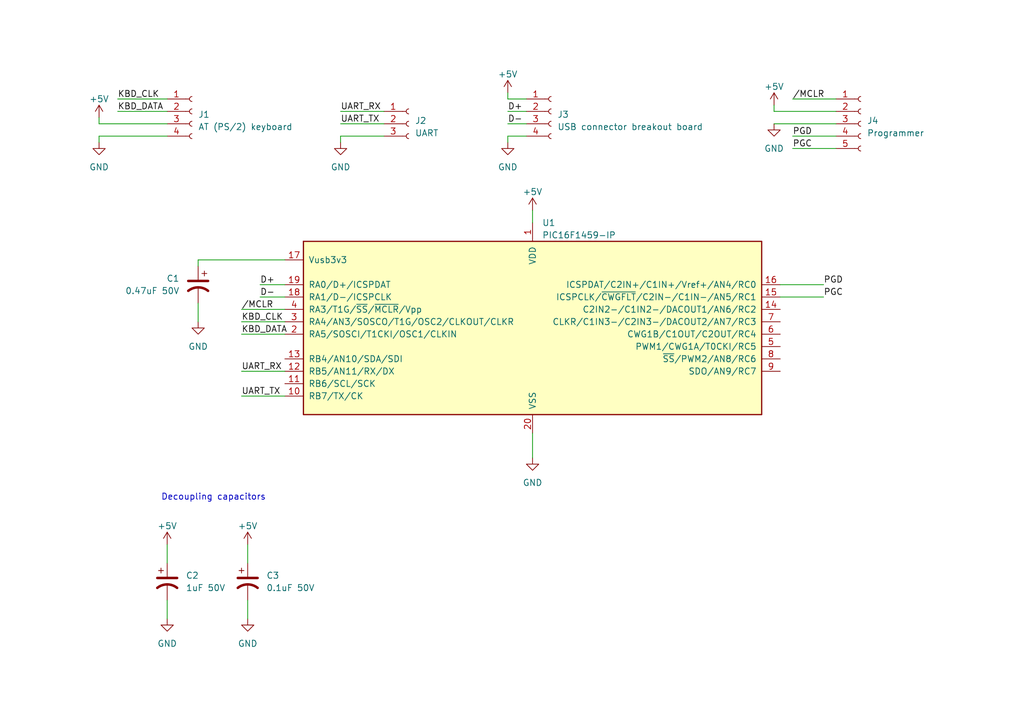
<source format=kicad_sch>
(kicad_sch (version 20230121) (generator eeschema)
  (paper "A5")
  (title_block (title "AT (PS/2) to USB converter") (date "2024-05-07") (rev "A") (company "Bojan Sofronievski"))
  (lib_symbols
    (symbol "Connector:Conn_01x03_Socket" (pin_names (offset 1.016) hide)
      (property "Reference" "J" (at 0 5.08 0))
      (property "Value" "Conn_01x03_Socket" (at 0 -5.08 0))
      (symbol "Conn_01x03_Socket_1_1"
        (arc (start 0 -2.032) (mid -0.5058 -2.54) (end 0 -3.048) (stroke (width 0.1524)))
        (polyline (pts (xy -1.27 -2.54) (xy -0.508 -2.54)) (stroke (width 0.1524)))
        (polyline (pts (xy -1.27 0) (xy -0.508 0)) (stroke (width 0.1524)))
        (polyline (pts (xy -1.27 2.54) (xy -0.508 2.54)) (stroke (width 0.1524)))
        (arc (start 0 0.508) (mid -0.5058 0) (end 0 -0.508) (stroke (width 0.1524)))
        (arc (start 0 3.048) (mid -0.5058 2.54) (end 0 2.032) (stroke (width 0.1524)))
        (pin passive line (at -5.08 2.54 0) (length 3.81) (name "Pin_1") (number "1"))
        (pin passive line (at -5.08 0 0) (length 3.81) (name "Pin_2") (number "2"))
        (pin passive line (at -5.08 -2.54 0) (length 3.81) (name "Pin_3") (number "3"))
      )
    )
    (symbol "Connector:Conn_01x04_Socket" (pin_names (offset 1.016) hide)
      (property "Reference" "J" (at 0 5.08 0))
      (property "Value" "Conn_01x04_Socket" (at 0 -7.62 0))
      (symbol "Conn_01x04_Socket_1_1"
        (arc (start 0 -4.572) (mid -0.5058 -5.08) (end 0 -5.588) (stroke (width 0.1524)))
        (arc (start 0 -2.032) (mid -0.5058 -2.54) (end 0 -3.048) (stroke (width 0.1524)))
        (polyline (pts (xy -1.27 -5.08) (xy -0.508 -5.08)) (stroke (width 0.1524)))
        (polyline (pts (xy -1.27 -2.54) (xy -0.508 -2.54)) (stroke (width 0.1524)))
        (polyline (pts (xy -1.27 0) (xy -0.508 0)) (stroke (width 0.1524)))
        (polyline (pts (xy -1.27 2.54) (xy -0.508 2.54)) (stroke (width 0.1524)))
        (arc (start 0 0.508) (mid -0.5058 0) (end 0 -0.508) (stroke (width 0.1524)))
        (arc (start 0 3.048) (mid -0.5058 2.54) (end 0 2.032) (stroke (width 0.1524)))
        (pin passive line (at -5.08 2.54 0) (length 3.81) (name "Pin_1") (number "1"))
        (pin passive line (at -5.08 0 0) (length 3.81) (name "Pin_2") (number "2"))
        (pin passive line (at -5.08 -2.54 0) (length 3.81) (name "Pin_3") (number "3"))
        (pin passive line (at -5.08 -5.08 0) (length 3.81) (name "Pin_4") (number "4"))
      )
    )
    (symbol "Connector:Conn_01x05_Socket" (pin_names (offset 1.016) hide)
      (property "Reference" "J" (at 0 7.62 0))
      (property "Value" "Conn_01x05_Socket" (at 0 -7.62 0))
      (symbol "Conn_01x05_Socket_1_1"
        (arc (start 0 -4.572) (mid -0.5058 -5.08) (end 0 -5.588) (stroke (width 0.1524)))
        (arc (start 0 -2.032) (mid -0.5058 -2.54) (end 0 -3.048) (stroke (width 0.1524)))
        (polyline (pts (xy -1.27 -5.08) (xy -0.508 -5.08)) (stroke (width 0.1524)))
        (polyline (pts (xy -1.27 -2.54) (xy -0.508 -2.54)) (stroke (width 0.1524)))
        (polyline (pts (xy -1.27 0) (xy -0.508 0)) (stroke (width 0.1524)))
        (polyline (pts (xy -1.27 2.54) (xy -0.508 2.54)) (stroke (width 0.1524)))
        (polyline (pts (xy -1.27 5.08) (xy -0.508 5.08)) (stroke (width 0.1524)))
        (arc (start 0 0.508) (mid -0.5058 0) (end 0 -0.508) (stroke (width 0.1524)))
        (arc (start 0 3.048) (mid -0.5058 2.54) (end 0 2.032) (stroke (width 0.1524)))
        (arc (start 0 5.588) (mid -0.5058 5.08) (end 0 4.572) (stroke (width 0.1524)))
        (pin passive line (at -5.08 5.08 0) (length 3.81) (name "Pin_1") (number "1"))
        (pin passive line (at -5.08 2.54 0) (length 3.81) (name "Pin_2") (number "2"))
        (pin passive line (at -5.08 0 0) (length 3.81) (name "Pin_3") (number "3"))
        (pin passive line (at -5.08 -2.54 0) (length 3.81) (name "Pin_4") (number "4"))
        (pin passive line (at -5.08 -5.08 0) (length 3.81) (name "Pin_5") (number "5"))
      )
    )
    (symbol "Device:C_Polarized_US" (pin_numbers hide) (pin_names (offset 0.254) hide)
      (property "Reference" "C" (at 0.635 2.54 0))
      (property "Value" "C_Polarized_US" (at 0.635 -2.54 0))
      (symbol "C_Polarized_US_0_1"
        (polyline (pts (xy -2.032 0.762) (xy 2.032 0.762)) (stroke (width 0.508)))
        (polyline (pts (xy -1.778 2.286) (xy -0.762 2.286)))
        (polyline (pts (xy -1.27 1.778) (xy -1.27 2.794)))
        (arc (start 2.032 -1.27) (mid 0 -0.5572) (end -2.032 -1.27) (stroke (width 0.508)))
      )
      (symbol "C_Polarized_US_1_1"
        (pin passive line (at 0 3.81 270) (length 2.794) (name "~") (number "1"))
        (pin passive line (at 0 -3.81 90) (length 3.302) (name "~") (number "2"))
      )
    )
    (symbol "MCU_Microchip_PIC16:PIC16F1459-IP" (pin_names (offset 1.016))
      (property "Reference" "U" (at -46.99 17.78 0))
      (property "Value" "PIC16F1459-IP" (at -46.99 15.24 0))
      (symbol "PIC16F1459-IP_0_1"
        (rectangle (start -46.99 13.97) (end 46.99 -21.59) (stroke (width 0.254)) (fill (type background)))
      )
      (symbol "PIC16F1459-IP_1_1"
        (pin power_in line (at 0 17.78 270) (length 3.81) (name "VDD") (number "1"))
        (pin bidirectional line (at -50.8 -17.78 0) (length 3.81) (name "RB7/TX/CK") (number "10"))
        (pin bidirectional line (at -50.8 -15.24 0) (length 3.81) (name "RB6/SCL/SCK") (number "11"))
        (pin bidirectional line (at -50.8 -12.7 0) (length 3.81) (name "RB5/AN11/RX/DX") (number "12"))
        (pin bidirectional line (at -50.8 -10.16 0) (length 3.81) (name "RB4/AN10/SDA/SDI") (number "13"))
        (pin bidirectional line (at 50.8 0 180) (length 3.81) (name "C2IN2-/C1IN2-/DACOUT1/AN6/RC2") (number "14"))
        (pin bidirectional line (at 50.8 2.54 180) (length 3.81) (name "ICSPCLK/~{CWGFLT}/C2IN-/C1IN-/AN5/RC1") (number "15"))
        (pin bidirectional line (at 50.8 5.08 180) (length 3.81) (name "ICSPDAT/C2IN+/C1IN+/Vref+/AN4/RC0") (number "16"))
        (pin bidirectional line (at -50.8 10.16 0) (length 3.81) (name "Vusb3v3") (number "17"))
        (pin bidirectional line (at -50.8 2.54 0) (length 3.81) (name "RA1/D-/ICSPCLK") (number "18"))
        (pin bidirectional line (at -50.8 5.08 0) (length 3.81) (name "RA0/D+/ICSPDAT") (number "19"))
        (pin bidirectional line (at -50.8 -5.08 0) (length 3.81) (name "RA5/SOSCI/T1CKI/OSC1/CLKIN") (number "2"))
        (pin power_in line (at 0 -25.4 90) (length 3.81) (name "VSS") (number "20"))
        (pin bidirectional line (at -50.8 -2.54 0) (length 3.81) (name "RA4/AN3/SOSCO/T1G/OSC2/CLKOUT/CLKR") (number "3"))
        (pin input line (at -50.8 0 0) (length 3.81) (name "RA3/T1G/~{SS}/~{MCLR}/Vpp") (number "4"))
        (pin bidirectional line (at 50.8 -7.62 180) (length 3.81) (name "PWM1/CWG1A/T0CKI/RC5") (number "5"))
        (pin bidirectional line (at 50.8 -5.08 180) (length 3.81) (name "CWG1B/C1OUT/C2OUT/RC4") (number "6"))
        (pin bidirectional line (at 50.8 -2.54 180) (length 3.81) (name "CLKR/C1IN3-/C2IN3-/DACOUT2/AN7/RC3") (number "7"))
        (pin bidirectional line (at 50.8 -10.16 180) (length 3.81) (name "~{SS}/PWM2/AN8/RC6") (number "8"))
        (pin bidirectional line (at 50.8 -12.7 180) (length 3.81) (name "SDO/AN9/RC7") (number "9"))
      )
    )
    (symbol "power:+5V" (power) (pin_names (offset 0))
      (property "Value" "+5V" (at 0 3.556 0))
      (symbol "+5V_0_1"
        (polyline (pts (xy -0.762 1.27) (xy 0 2.54)))
        (polyline (pts (xy 0 0) (xy 0 2.54)))
        (polyline (pts (xy 0 2.54) (xy 0.762 1.27)))
      )
      (symbol "+5V_1_1"
        (pin power_in line (at 0 0 90) (length 0) hide (name "+5V") (number "1"))
      )
    )
    (symbol "power:GND" (power) (pin_names (offset 0))
      (property "Value" "GND" (at 0 -3.81 0))
      (symbol "GND_0_1"
        (polyline (pts (xy 0 0) (xy 0 -1.27) (xy 1.27 -1.27) (xy 0 -2.54) (xy -1.27 -1.27) (xy 0 -1.27)))
      )
      (symbol "GND_1_1"
        (pin power_in line (at 0 0 270) (length 0) hide (name "GND") (number "1"))
      )
    )
  )
  (wire (pts (xy 34.29 111.76) (xy 34.29 115.57)))
  (wire (pts (xy 40.64 62.23) (xy 40.64 66.04)))
  (wire (pts (xy 104.14 25.4) (xy 107.95 25.4)))
  (wire (pts (xy 49.53 81.28) (xy 58.42 81.28)))
  (wire (pts (xy 49.53 66.04) (xy 58.42 66.04)))
  (wire (pts (xy 40.64 53.34) (xy 40.64 54.61)))
  (wire (pts (xy 69.85 25.4) (xy 78.74 25.4)))
  (wire (pts (xy 69.85 27.94) (xy 69.85 29.21)))
  (wire (pts (xy 58.42 53.34) (xy 40.64 53.34)))
  (wire (pts (xy 20.32 27.94) (xy 34.29 27.94)))
  (wire (pts (xy 49.53 68.58) (xy 58.42 68.58)))
  (wire (pts (xy 20.32 25.4) (xy 34.29 25.4)))
  (wire (pts (xy 160.02 60.96) (xy 168.91 60.96)))
  (wire (pts (xy 69.85 22.86) (xy 78.74 22.86)))
  (wire (pts (xy 53.34 58.42) (xy 58.42 58.42)))
  (wire (pts (xy 20.32 25.4) (xy 20.32 24.13)))
  (wire (pts (xy 107.95 20.32) (xy 104.14 20.32)))
  (wire (pts (xy 104.14 27.94) (xy 104.14 29.21)))
  (wire (pts (xy 53.34 60.96) (xy 58.42 60.96)))
  (wire (pts (xy 107.95 27.94) (xy 104.14 27.94)))
  (wire (pts (xy 109.22 88.9) (xy 109.22 93.98)))
  (wire (pts (xy 78.74 27.94) (xy 69.85 27.94)))
  (wire (pts (xy 20.32 27.94) (xy 20.32 29.21)))
  (wire (pts (xy 109.22 43.18) (xy 109.22 45.72)))
  (wire (pts (xy 49.53 76.2) (xy 58.42 76.2)))
  (wire (pts (xy 49.53 63.5) (xy 58.42 63.5)))
  (wire (pts (xy 158.75 22.86) (xy 171.45 22.86)))
  (wire (pts (xy 158.75 22.86) (xy 158.75 21.59)))
  (wire (pts (xy 104.14 22.86) (xy 107.95 22.86)))
  (wire (pts (xy 162.56 20.32) (xy 171.45 20.32)))
  (wire (pts (xy 160.02 58.42) (xy 168.91 58.42)))
  (wire (pts (xy 24.13 20.32) (xy 34.29 20.32)))
  (wire (pts (xy 104.14 20.32) (xy 104.14 19.05)))
  (wire (pts (xy 162.56 30.48) (xy 171.45 30.48)))
  (wire (pts (xy 24.13 22.86) (xy 34.29 22.86)))
  (wire (pts (xy 50.8 123.19) (xy 50.8 127)))
  (wire (pts (xy 158.75 25.4) (xy 171.45 25.4)))
  (wire (pts (xy 50.8 111.76) (xy 50.8 115.57)))
  (wire (pts (xy 34.29 123.19) (xy 34.29 127)))
  (wire (pts (xy 162.56 27.94) (xy 171.45 27.94)))
  (text "Decoupling capacitors" (at 33.02 102.87 0) (effects (font (size 1.27 1.27)) (justify left bottom)))
  (label "D+" (at 53.34 58.42 0))
  (label "KBD_CLK" (at 24.13 20.32 0))
  (label "D-" (at 104.14 25.4 0))
  (label "PGC" (at 168.91 60.96 0))
  (label "PGD" (at 168.91 58.42 0))
  (label "PGD" (at 162.56 27.94 0))
  (label "UART_RX" (at 69.85 22.86 0))
  (label "KBD_DATA" (at 24.13 22.86 0))
  (label "{slash}MCLR" (at 162.56 20.32 0))
  (label "KBD_DATA" (at 49.53 68.58 0))
  (label "D-" (at 53.34 60.96 0))
  (label "KBD_CLK" (at 49.53 66.04 0))
  (label "{slash}MCLR" (at 49.53 63.5 0))
  (label "UART_TX" (at 69.85 25.4 0))
  (label "UART_TX" (at 49.53 81.28 0))
  (label "D+" (at 104.14 22.86 0))
  (label "PGC" (at 162.56 30.48 0))
  (label "UART_RX" (at 49.53 76.2 0))
  (symbol (lib_id "MCU_Microchip_PIC16:PIC16F1459-IP") (at 109.22 63.5 0) (unit 1)
    (property "Reference" "U1" (at 111.1759 45.72 0) (effects (justify left)))
    (property "Value" "PIC16F1459-IP" (at 111.1759 48.26 0) (effects (justify left)))
    (property "Footprint" "Package_DIP:DIP-20_W7.62mm_Socket" (effects hide))
    (property "Datasheet" "http://ww1.microchip.com/downloads/en/DeviceDoc/41639A.pdf" (effects hide))
  )
  (symbol (lib_id "power:+5V") (at 34.29 111.76 0) (unit 1)
    (property "Reference" "#PWR08" (effects hide))
    (property "Value" "+5V" (at 34.29 107.95 0))
  )
  (symbol (lib_id "power:+5V") (at 20.32 24.13 0) (unit 1)
    (property "Reference" "#PWR01" (effects hide))
    (property "Value" "+5V" (at 20.32 20.32 0))
  )
  (symbol (lib_id "power:GND") (at 109.22 93.98 0) (unit 1)
    (property "Reference" "#PWR011" (effects hide))
    (property "Value" "GND" (at 109.22 99.06 0))
  )
  (symbol (lib_id "Device:C_Polarized_US") (at 50.8 119.38 0) (unit 1)
    (property "Reference" "C3" (at 54.61 118.11 0) (effects (justify left)))
    (property "Value" "0.1uF 50V" (at 54.61 120.65 0) (effects (justify left)))
    (property "Footprint" "Capacitor_THT:CP_Radial_D5.0mm_P2.00mm" (effects hide))
  )
  (symbol (lib_id "Connector:Conn_01x04_Socket") (at 39.37 22.86 0) (unit 1)
    (property "Reference" "J1" (at 40.64 23.495 0) (effects (justify left)))
    (property "Value" "AT (PS/2) keyboard" (at 40.64 26.035 0) (effects (justify left)))
    (property "Footprint" "Connector_PinHeader_2.54mm:PinHeader_1x04_P2.54mm_Vertical" (effects hide))
  )
  (symbol (lib_id "power:GND") (at 50.8 127 0) (unit 1)
    (property "Reference" "#PWR013" (effects hide))
    (property "Value" "GND" (at 50.8 132.08 0))
  )
  (symbol (lib_id "power:+5V") (at 50.8 111.76 0) (unit 1)
    (property "Reference" "#PWR012" (effects hide))
    (property "Value" "+5V" (at 50.8 107.95 0))
  )
  (symbol (lib_id "power:GND") (at 158.75 25.4 0) (unit 1)
    (property "Reference" "#PWR04" (effects hide))
    (property "Value" "GND" (at 158.75 30.48 0))
  )
  (symbol (lib_id "power:+5V") (at 104.14 19.05 0) (unit 1)
    (property "Reference" "#PWR05" (effects hide))
    (property "Value" "+5V" (at 104.14 15.24 0))
  )
  (symbol (lib_id "Connector:Conn_01x04_Socket") (at 113.03 22.86 0) (unit 1)
    (property "Reference" "J3" (at 114.3 23.495 0) (effects (justify left)))
    (property "Value" "USB connector breakout board" (at 114.3 26.035 0) (effects (justify left)))
    (property "Footprint" "Connector_PinHeader_2.54mm:PinHeader_1x04_P2.54mm_Vertical" (effects hide))
  )
  (symbol (lib_id "Connector:Conn_01x05_Socket") (at 176.53 25.4 0) (unit 1)
    (property "Reference" "J4" (at 177.8 24.765 0) (effects (justify left)))
    (property "Value" "Programmer" (at 177.8 27.305 0) (effects (justify left)))
    (property "Footprint" "Connector_PinHeader_2.54mm:PinHeader_1x05_P2.54mm_Vertical" (effects hide))
  )
  (symbol (lib_id "power:+5V") (at 109.22 43.18 0) (unit 1)
    (property "Reference" "#PWR010" (effects hide))
    (property "Value" "+5V" (at 109.22 39.37 0))
  )
  (symbol (lib_id "power:GND") (at 20.32 29.21 0) (unit 1)
    (property "Reference" "#PWR02" (effects hide))
    (property "Value" "GND" (at 20.32 34.29 0))
  )
  (symbol (lib_id "power:GND") (at 69.85 29.21 0) (unit 1)
    (property "Reference" "#PWR014" (effects hide))
    (property "Value" "GND" (at 69.85 34.29 0))
  )
  (symbol (lib_id "power:GND") (at 40.64 66.04 0) (unit 1)
    (property "Reference" "#PWR07" (effects hide))
    (property "Value" "GND" (at 40.64 71.12 0))
  )
  (symbol (lib_id "power:GND") (at 104.14 29.21 0) (unit 1)
    (property "Reference" "#PWR06" (effects hide))
    (property "Value" "GND" (at 104.14 34.29 0))
  )
  (symbol (lib_id "Device:C_Polarized_US") (at 34.29 119.38 0) (unit 1)
    (property "Reference" "C2" (at 38.1 118.11 0) (effects (justify left)))
    (property "Value" "1uF 50V" (at 38.1 120.65 0) (effects (justify left)))
    (property "Footprint" "Capacitor_THT:CP_Radial_D5.0mm_P2.00mm" (effects hide))
  )
  (symbol (lib_id "power:GND") (at 34.29 127 0) (unit 1)
    (property "Reference" "#PWR09" (effects hide))
    (property "Value" "GND" (at 34.29 132.08 0))
  )
  (symbol (lib_id "Device:C_Polarized_US") (at 40.64 58.42 0) (mirror y) (unit 1)
    (property "Reference" "C1" (at 36.83 57.15 0) (effects (justify left)))
    (property "Value" "0.47uF 50V" (at 36.83 59.69 0) (effects (justify left)))
    (property "Footprint" "Capacitor_THT:CP_Radial_D5.0mm_P2.00mm" (effects hide))
  )
  (symbol (lib_id "power:+5V") (at 158.75 21.59 0) (unit 1)
    (property "Reference" "#PWR03" (effects hide))
    (property "Value" "+5V" (at 158.75 17.78 0))
  )
  (symbol (lib_id "Connector:Conn_01x03_Socket") (at 83.82 25.4 0) (unit 1)
    (property "Reference" "J2" (at 85.09 24.765 0) (effects (justify left)))
    (property "Value" "UART" (at 85.09 27.305 0) (effects (justify left)))
    (property "Footprint" "Connector_PinHeader_2.54mm:PinHeader_1x03_P2.54mm_Vertical" (effects hide))
  )
)
</source>
